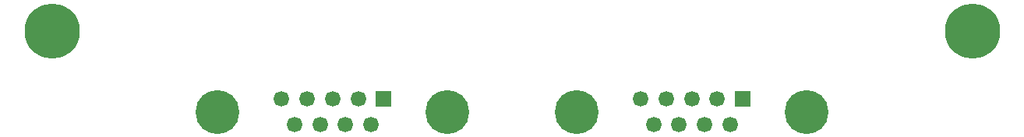
<source format=gbl>
%FSDAX44Y44*%
%MOMM*%
%SFA1B1*%

%IPPOS*%
%ADD10C,1.689997*%
%ADD11R,1.689997X1.689997*%
%ADD12C,4.759990*%
%ADD13C,5.999988*%
%LNtray3-1*%
%LPD*%
G54D10*
X00739649Y00109199D03*
X00753499Y00080799D03*
X00767349Y00109199D03*
X00781199Y00080799D03*
X00795049Y00109199D03*
X00808899Y00080799D03*
X00822749Y00109199D03*
X00836599Y00080799D03*
X00349549Y00109199D03*
X00363399Y00080799D03*
X00377249Y00109199D03*
X00391099Y00080799D03*
X00404949Y00109199D03*
X00418799Y00080799D03*
X00432649Y00109199D03*
X00446499Y00080799D03*
G54D11*
X00850449Y00109199D03*
X00460349D03*
G54D12*
X00919999Y00094999D03*
X00670099D03*
X00529899D03*
X00279999D03*
G54D13*
X00099999Y00182999D03*
X01099999D03*
M02*
</source>
